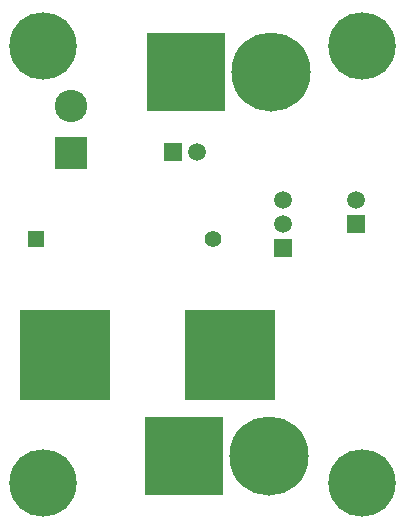
<source format=gts>
G04 EAGLE Gerber RS-274X export*
G75*
%MOMM*%
%FSLAX34Y34*%
%LPD*%
%INTop Solder Mask*%
%IPPOS*%
%AMOC8*
5,1,8,0,0,1.08239X$1,22.5*%
G01*
%ADD10R,1.411200X1.411200*%
%ADD11C,1.411200*%
%ADD12R,6.703200X6.703200*%
%ADD13C,6.703200*%
%ADD14R,2.753200X2.753200*%
%ADD15C,2.753200*%
%ADD16R,1.511200X1.511200*%
%ADD17C,1.511200*%
%ADD18C,1.603200*%
%ADD19R,7.703200X7.703200*%
%ADD20C,5.703200*%


D10*
X23600Y236200D03*
D11*
X173600Y236200D03*
D12*
X150700Y377400D03*
D13*
X222700Y377400D03*
D12*
X148900Y52400D03*
D13*
X220900Y52400D03*
D14*
X53500Y309400D03*
D15*
X53500Y349000D03*
D16*
X294374Y249116D03*
D17*
X294374Y269116D03*
D16*
X232746Y229116D03*
D17*
X232746Y249116D03*
X232746Y269116D03*
D18*
X188400Y163810D03*
X188400Y113010D03*
X48700Y113010D03*
X48700Y163810D03*
D19*
X188400Y138410D03*
X48700Y138410D03*
D16*
X140000Y310000D03*
D17*
X160000Y310000D03*
D20*
X300000Y400000D03*
X300000Y30000D03*
X30000Y30000D03*
X30000Y400000D03*
M02*

</source>
